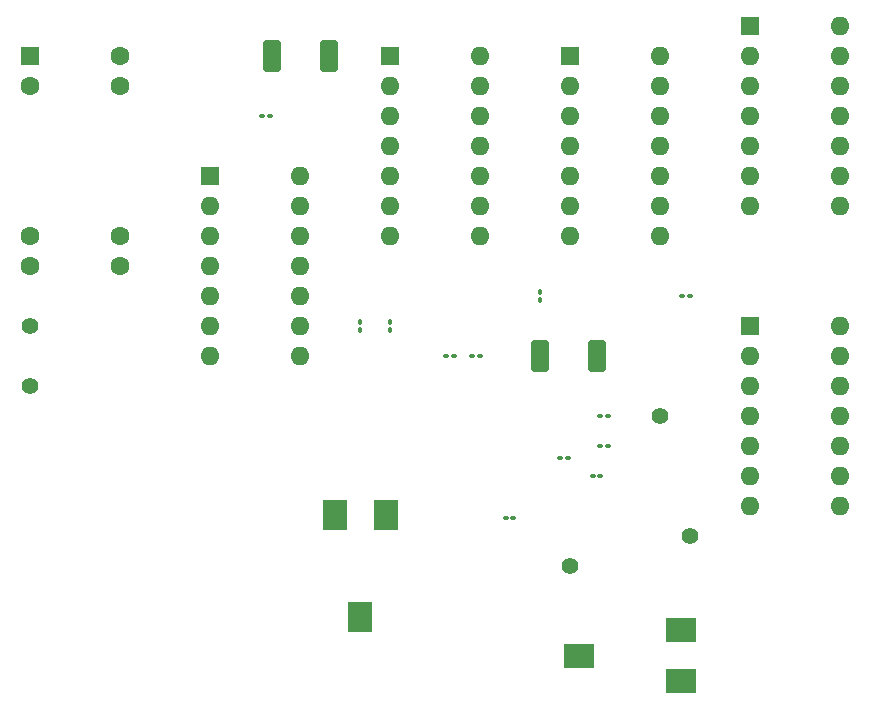
<source format=gbr>
%TF.GenerationSoftware,KiCad,Pcbnew,7.0.1*%
%TF.CreationDate,2023-04-06T21:37:19+03:00*%
%TF.ProjectId,BSPD,42535044-2e6b-4696-9361-645f70636258,rev?*%
%TF.SameCoordinates,Original*%
%TF.FileFunction,Soldermask,Top*%
%TF.FilePolarity,Negative*%
%FSLAX46Y46*%
G04 Gerber Fmt 4.6, Leading zero omitted, Abs format (unit mm)*
G04 Created by KiCad (PCBNEW 7.0.1) date 2023-04-06 21:37:19*
%MOMM*%
%LPD*%
G01*
G04 APERTURE LIST*
G04 Aperture macros list*
%AMRoundRect*
0 Rectangle with rounded corners*
0 $1 Rounding radius*
0 $2 $3 $4 $5 $6 $7 $8 $9 X,Y pos of 4 corners*
0 Add a 4 corners polygon primitive as box body*
4,1,4,$2,$3,$4,$5,$6,$7,$8,$9,$2,$3,0*
0 Add four circle primitives for the rounded corners*
1,1,$1+$1,$2,$3*
1,1,$1+$1,$4,$5*
1,1,$1+$1,$6,$7*
1,1,$1+$1,$8,$9*
0 Add four rect primitives between the rounded corners*
20,1,$1+$1,$2,$3,$4,$5,0*
20,1,$1+$1,$4,$5,$6,$7,0*
20,1,$1+$1,$6,$7,$8,$9,0*
20,1,$1+$1,$8,$9,$2,$3,0*%
G04 Aperture macros list end*
%ADD10C,1.400000*%
%ADD11R,1.600000X1.600000*%
%ADD12O,1.600000X1.600000*%
%ADD13RoundRect,0.100000X-0.130000X-0.100000X0.130000X-0.100000X0.130000X0.100000X-0.130000X0.100000X0*%
%ADD14R,2.000000X2.500000*%
%ADD15RoundRect,0.100000X0.130000X0.100000X-0.130000X0.100000X-0.130000X-0.100000X0.130000X-0.100000X0*%
%ADD16C,1.600000*%
%ADD17RoundRect,0.250000X-0.500000X-1.100000X0.500000X-1.100000X0.500000X1.100000X-0.500000X1.100000X0*%
%ADD18RoundRect,0.100000X0.100000X-0.130000X0.100000X0.130000X-0.100000X0.130000X-0.100000X-0.130000X0*%
%ADD19RoundRect,0.250000X0.500000X1.100000X-0.500000X1.100000X-0.500000X-1.100000X0.500000X-1.100000X0*%
%ADD20R,2.500000X2.000000*%
G04 APERTURE END LIST*
D10*
%TO.C,TP5*%
X71120000Y-58420000D03*
%TD*%
%TO.C,TP4*%
X60960000Y-60960000D03*
%TD*%
%TO.C,TP3*%
X15240000Y-45720000D03*
%TD*%
%TO.C,TP2*%
X68580000Y-48260000D03*
%TD*%
%TO.C,TP1*%
X15240000Y-40640000D03*
%TD*%
D11*
%TO.C,U1*%
X76200000Y-15240000D03*
D12*
X76200000Y-17780000D03*
X76200000Y-20320000D03*
X76200000Y-22860000D03*
X76200000Y-25400000D03*
X76200000Y-27940000D03*
X76200000Y-30480000D03*
X83820000Y-30480000D03*
X83820000Y-27940000D03*
X83820000Y-25400000D03*
X83820000Y-22860000D03*
X83820000Y-20320000D03*
X83820000Y-17780000D03*
X83820000Y-15240000D03*
%TD*%
D13*
%TO.C,C2*%
X50480000Y-43180000D03*
X51120000Y-43180000D03*
%TD*%
D14*
%TO.C,RV1*%
X41030000Y-56635000D03*
X43180000Y-65285000D03*
X45330000Y-56635000D03*
%TD*%
D15*
%TO.C,R14*%
X71095000Y-38100000D03*
X70455000Y-38100000D03*
%TD*%
D11*
%TO.C,U3*%
X30480000Y-27940000D03*
D12*
X30480000Y-30480000D03*
X30480000Y-33020000D03*
X30480000Y-35560000D03*
X30480000Y-38100000D03*
X30480000Y-40640000D03*
X30480000Y-43180000D03*
X38100000Y-43180000D03*
X38100000Y-40640000D03*
X38100000Y-38100000D03*
X38100000Y-35560000D03*
X38100000Y-33020000D03*
X38100000Y-30480000D03*
X38100000Y-27940000D03*
%TD*%
D15*
%TO.C,R12*%
X63500000Y-53340000D03*
X62860000Y-53340000D03*
%TD*%
D11*
%TO.C,U4*%
X45720000Y-17780000D03*
D12*
X45720000Y-20320000D03*
X45720000Y-22860000D03*
X45720000Y-25400000D03*
X45720000Y-27940000D03*
X45720000Y-30480000D03*
X45720000Y-33020000D03*
X53340000Y-33020000D03*
X53340000Y-30480000D03*
X53340000Y-27940000D03*
X53340000Y-25400000D03*
X53340000Y-22860000D03*
X53340000Y-20320000D03*
X53340000Y-17780000D03*
%TD*%
D11*
%TO.C,U2*%
X15240000Y-17780000D03*
D16*
X15240000Y-20320000D03*
X15240000Y-33020000D03*
X15240000Y-35560000D03*
X22860000Y-35560000D03*
X22860000Y-33020000D03*
X22860000Y-20320000D03*
X22860000Y-17780000D03*
%TD*%
D11*
%TO.C,U6*%
X76200000Y-40640000D03*
D12*
X76200000Y-43180000D03*
X76200000Y-45720000D03*
X76200000Y-48260000D03*
X76200000Y-50800000D03*
X76200000Y-53340000D03*
X76200000Y-55880000D03*
X83820000Y-55880000D03*
X83820000Y-53340000D03*
X83820000Y-50800000D03*
X83820000Y-48260000D03*
X83820000Y-45720000D03*
X83820000Y-43180000D03*
X83820000Y-40640000D03*
%TD*%
D15*
%TO.C,R10*%
X35535000Y-22860000D03*
X34895000Y-22860000D03*
%TD*%
D17*
%TO.C,D2*%
X35700000Y-17780000D03*
X40500000Y-17780000D03*
%TD*%
D13*
%TO.C,C1*%
X55518088Y-56870000D03*
X56158088Y-56870000D03*
%TD*%
D18*
%TO.C,R5*%
X43180000Y-40960000D03*
X43180000Y-40320000D03*
%TD*%
D15*
%TO.C,C3*%
X53315000Y-43180000D03*
X52675000Y-43180000D03*
%TD*%
D19*
%TO.C,D1*%
X63220000Y-43180000D03*
X58420000Y-43180000D03*
%TD*%
D20*
%TO.C,RV2*%
X70365000Y-66430000D03*
X61715000Y-68580000D03*
X70365000Y-70730000D03*
%TD*%
D15*
%TO.C,R11*%
X64140000Y-50800000D03*
X63500000Y-50800000D03*
%TD*%
D18*
%TO.C,R9*%
X58420000Y-38420000D03*
X58420000Y-37780000D03*
%TD*%
%TO.C,R6*%
X45720000Y-40960000D03*
X45720000Y-40320000D03*
%TD*%
D11*
%TO.C,U5*%
X60960000Y-17775000D03*
D12*
X60960000Y-20315000D03*
X60960000Y-22855000D03*
X60960000Y-25395000D03*
X60960000Y-27935000D03*
X60960000Y-30475000D03*
X60960000Y-33015000D03*
X68580000Y-33015000D03*
X68580000Y-30475000D03*
X68580000Y-27935000D03*
X68580000Y-25395000D03*
X68580000Y-22855000D03*
X68580000Y-20315000D03*
X68580000Y-17775000D03*
%TD*%
D15*
%TO.C,R8*%
X60755576Y-51790000D03*
X60115576Y-51790000D03*
%TD*%
%TO.C,R7*%
X64165000Y-48260000D03*
X63525000Y-48260000D03*
%TD*%
M02*

</source>
